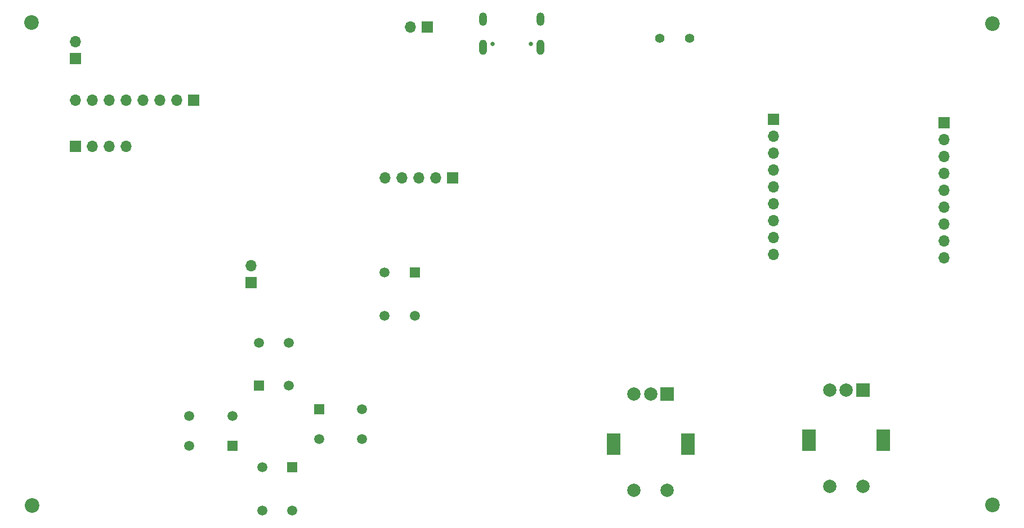
<source format=gbr>
%TF.GenerationSoftware,KiCad,Pcbnew,8.0.6*%
%TF.CreationDate,2024-12-27T13:10:45+11:00*%
%TF.ProjectId,drone_remote,64726f6e-655f-4726-956d-6f74652e6b69,rev?*%
%TF.SameCoordinates,Original*%
%TF.FileFunction,Soldermask,Bot*%
%TF.FilePolarity,Negative*%
%FSLAX46Y46*%
G04 Gerber Fmt 4.6, Leading zero omitted, Abs format (unit mm)*
G04 Created by KiCad (PCBNEW 8.0.6) date 2024-12-27 13:10:45*
%MOMM*%
%LPD*%
G01*
G04 APERTURE LIST*
%ADD10R,1.700000X1.700000*%
%ADD11O,1.700000X1.700000*%
%ADD12C,1.498600*%
%ADD13R,1.498600X1.498600*%
%ADD14C,2.200000*%
%ADD15R,2.000000X2.000000*%
%ADD16C,2.000000*%
%ADD17R,2.000000X3.200000*%
%ADD18C,1.397000*%
%ADD19O,1.204000X2.004000*%
%ADD20O,1.204000X2.304000*%
%ADD21C,0.650000*%
G04 APERTURE END LIST*
D10*
%TO.C,JP4*%
X147000000Y-115562500D03*
D11*
X147000000Y-113022500D03*
%TD*%
D12*
%TO.C,SW2*%
X152699401Y-124550001D03*
X152699401Y-131050002D03*
X148199400Y-124550001D03*
D13*
X148199400Y-131050002D03*
%TD*%
D10*
%TO.C,J5*%
X120600000Y-95000000D03*
D11*
X123140000Y-95000000D03*
X125680000Y-95000000D03*
X128220000Y-95000000D03*
%TD*%
D10*
%TO.C,J8*%
X251257106Y-91449266D03*
D11*
X251257106Y-93989266D03*
X251257106Y-96529266D03*
X251257106Y-99069266D03*
X251257106Y-101609266D03*
X251257106Y-104149266D03*
X251257106Y-106689266D03*
X251257106Y-109229266D03*
X251257106Y-111769266D03*
%TD*%
D12*
%TO.C,SW3*%
X163699401Y-139050002D03*
X157199400Y-139050002D03*
X163699401Y-134550001D03*
D13*
X157199400Y-134550001D03*
%TD*%
D10*
%TO.C,J2*%
X173457106Y-77069266D03*
D11*
X170917106Y-77069266D03*
%TD*%
D12*
%TO.C,SW5*%
X148688802Y-149800001D03*
X148688802Y-143300000D03*
X153188803Y-149800001D03*
D13*
X153188803Y-143300000D03*
%TD*%
D12*
%TO.C,SW4*%
X137699401Y-135550001D03*
X144199402Y-135550001D03*
X137699401Y-140050002D03*
D13*
X144199402Y-140050002D03*
%TD*%
D14*
%TO.C,H1*%
X114000000Y-76450000D03*
%TD*%
D10*
%TO.C,J6*%
X138350000Y-88100000D03*
D11*
X135810000Y-88100000D03*
X133270000Y-88100000D03*
X130730000Y-88100000D03*
X128190000Y-88100000D03*
X125650000Y-88100000D03*
X123110000Y-88100000D03*
X120570000Y-88100000D03*
%TD*%
D10*
%TO.C,J7*%
X225600000Y-91000000D03*
D11*
X225600000Y-93540000D03*
X225600000Y-96080000D03*
X225600000Y-98620000D03*
X225600000Y-101160000D03*
X225600000Y-103700000D03*
X225600000Y-106240000D03*
X225600000Y-108780000D03*
X225600000Y-111320000D03*
%TD*%
D15*
%TO.C,SW6*%
X239000000Y-131700000D03*
D16*
X234000000Y-131700000D03*
X236500000Y-131700000D03*
D17*
X242100000Y-139200000D03*
X230900000Y-139200000D03*
D16*
X234000000Y-146200000D03*
X239000000Y-146200000D03*
%TD*%
D13*
%TO.C,SW1*%
X171600000Y-114000000D03*
D12*
X171600000Y-120500001D03*
X167099999Y-114000000D03*
X167099999Y-120500001D03*
%TD*%
D14*
%TO.C,H2*%
X114050000Y-149050000D03*
%TD*%
%TO.C,H4*%
X258500000Y-149000000D03*
%TD*%
%TO.C,H3*%
X258500000Y-76550000D03*
%TD*%
D10*
%TO.C,JP1*%
X120600000Y-81800000D03*
D11*
X120600000Y-79260000D03*
%TD*%
D15*
%TO.C,SW7*%
X209600000Y-132300000D03*
D16*
X204600000Y-132300000D03*
X207100000Y-132300000D03*
D17*
X212700000Y-139800000D03*
X201500000Y-139800000D03*
D16*
X204600000Y-146800000D03*
X209600000Y-146800000D03*
%TD*%
D18*
%TO.C,J3*%
X212912906Y-78778866D03*
X208493306Y-78778866D03*
%TD*%
D19*
%TO.C,J1*%
X181865606Y-75920166D03*
X190505606Y-75920166D03*
D20*
X181865606Y-80100166D03*
X190505606Y-80100166D03*
D21*
X183295606Y-79600166D03*
X189075606Y-79600166D03*
%TD*%
D10*
%TO.C,J4*%
X177300000Y-99800000D03*
D11*
X174760000Y-99800000D03*
X172220000Y-99800000D03*
X169680000Y-99800000D03*
X167140000Y-99800000D03*
%TD*%
M02*

</source>
